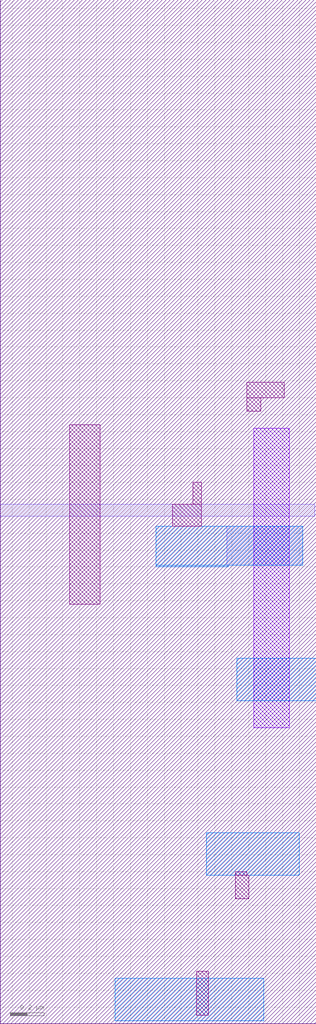
<source format=lef>
VERSION 5.7 ;
  NOWIREEXTENSIONATPIN ON ;
  DIVIDERCHAR "/" ;
  BUSBITCHARS "[]" ;
UNITS
  DATABASE MICRONS 200 ;
END UNITS

LAYER via2
  TYPE CUT ;
END via2

LAYER via
  TYPE CUT ;
END via

LAYER nwell
  TYPE MASTERSLICE ;
END nwell

LAYER via3
  TYPE CUT ;
END via3

LAYER pwell
  TYPE MASTERSLICE ;
END pwell

LAYER via4
  TYPE CUT ;
END via4

LAYER mcon
  TYPE CUT ;
END mcon

LAYER met6
  TYPE ROUTING ;
  WIDTH 0.030000 ;
  SPACING 0.040000 ;
  DIRECTION HORIZONTAL ;
END met6

LAYER met1
  TYPE ROUTING ;
  WIDTH 0.140000 ;
  SPACING 0.140000 ;
  DIRECTION HORIZONTAL ;
END met1

LAYER met3
  TYPE ROUTING ;
  WIDTH 0.300000 ;
  SPACING 0.300000 ;
  DIRECTION HORIZONTAL ;
END met3

LAYER met2
  TYPE ROUTING ;
  WIDTH 0.140000 ;
  SPACING 0.140000 ;
  DIRECTION HORIZONTAL ;
END met2

LAYER met4
  TYPE ROUTING ;
  WIDTH 0.300000 ;
  SPACING 0.300000 ;
  DIRECTION HORIZONTAL ;
END met4

LAYER met5
  TYPE ROUTING ;
  WIDTH 1.600000 ;
  SPACING 1.600000 ;
  DIRECTION HORIZONTAL ;
END met5

LAYER li1
  TYPE ROUTING ;
  WIDTH 0.170000 ;
  SPACING 0.170000 ;
  DIRECTION HORIZONTAL ;
END li1

MACRO sky130_hilas_ptransistorpair
  CLASS BLOCK ;
  FOREIGN sky130_hilas_ptransistorpair ;
  ORIGIN -1.330 4.400 ;
  SIZE 1.870 BY 6.050 ;
  OBS
      LAYER nwell ;
        RECT 1.330 -1.400 3.190 -1.330 ;
        RECT 2.670 -1.690 3.120 -1.460 ;
      LAYER li1 ;
        RECT 2.790 -0.700 3.010 -0.610 ;
        RECT 2.790 -0.780 2.870 -0.700 ;
        RECT 1.740 -1.920 1.920 -0.860 ;
        RECT 2.470 -1.330 2.520 -1.200 ;
        RECT 2.350 -1.460 2.520 -1.330 ;
        RECT 2.720 -3.520 2.790 -3.500 ;
        RECT 2.720 -3.660 2.800 -3.520 ;
        RECT 2.490 -4.350 2.560 -4.090 ;
      LAYER met1 ;
        RECT 2.830 -2.650 3.040 -0.880 ;
      LAYER met2 ;
        RECT 2.250 -1.690 3.120 -1.460 ;
        RECT 2.250 -1.700 2.680 -1.690 ;
        RECT 2.730 -2.490 3.200 -2.240 ;
        RECT 2.550 -3.520 3.100 -3.270 ;
        RECT 2.010 -4.380 2.890 -4.130 ;
  END
END sky130_hilas_ptransistorpair
END LIBRARY


</source>
